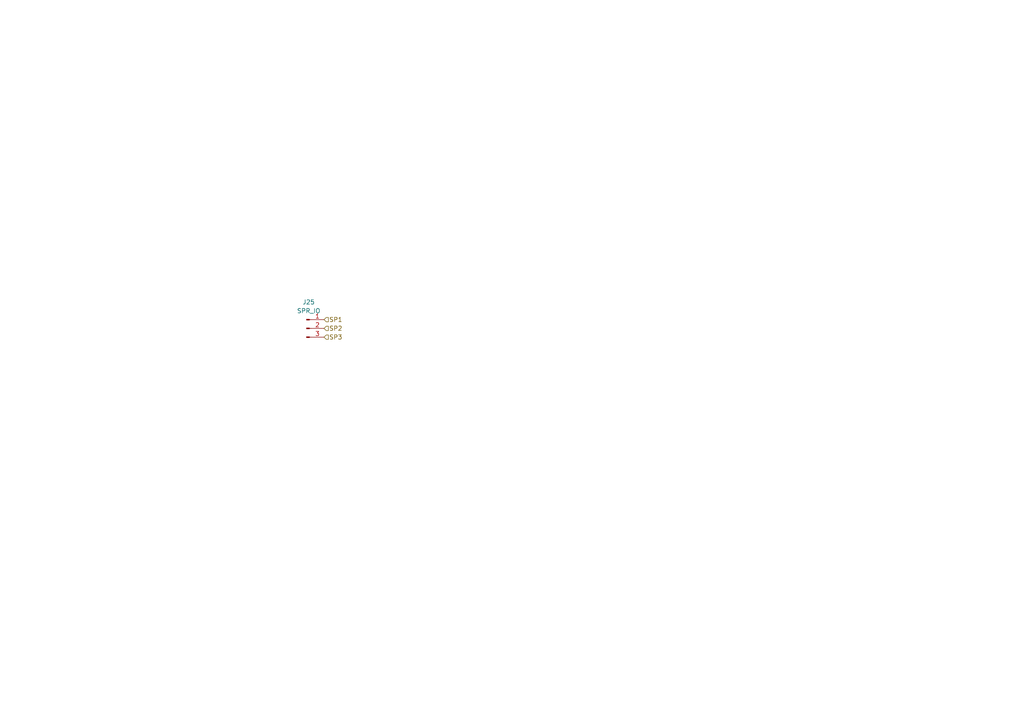
<source format=kicad_sch>
(kicad_sch (version 20250114) (generator "eeschema") (generator_version "9.0")
  (paper "A4")
  (lib_symbols
    (symbol "Connector:Conn_01x03_Pin" (pin_names (offset 1.016) (hide yes))
      (property "Reference" "J" (at 0 5.08 0))
      (property "Value" "Conn_01x03_Pin" (at 0 -5.08 0))
      (symbol "Conn_01x03_Pin_1_1"
        (rectangle (start 0.8636 2.667) (end 0 2.413) (stroke (width 0.1524)) (fill (type outline)))
        (rectangle (start 0.8636 0.127) (end 0 -0.127) (stroke (width 0.1524)) (fill (type outline)))
        (rectangle (start 0.8636 -2.413) (end 0 -2.667) (stroke (width 0.1524)) (fill (type outline)))
        (polyline (pts (xy 1.27 2.54) (xy 0.8636 2.54)) (stroke (width 0.1524)))
        (polyline (pts (xy 1.27 0) (xy 0.8636 0)) (stroke (width 0.1524)))
        (polyline (pts (xy 1.27 -2.54) (xy 0.8636 -2.54)) (stroke (width 0.1524)))
        (pin passive line (at 5.08 2.54 180) (length 3.81) (name "Pin_1") (number "1"))
        (pin passive line (at 5.08 0 180) (length 3.81) (name "Pin_2") (number "2"))
        (pin passive line (at 5.08 -2.54 180) (length 3.81) (name "Pin_3") (number "3"))
      )
    )
  )
  (hierarchical_label "SP1" (shape input) (at 93.98 92.71 0))
  (hierarchical_label "SP3" (shape input) (at 93.98 97.79 0))
  (hierarchical_label "SP2" (shape input) (at 93.98 95.25 0))
  (symbol (lib_id "Connector:Conn_01x03_Pin") (at 88.9 95.25 0) (unit 1)
    (property "Reference" "J25" (at 89.535 87.63 0))
    (property "Value" "SPR_IO" (at 89.535 90.17 0))
    (property "Footprint" "Connector_PinHeader_2.54mm:PinHeader_1x03_P2.54mm_Vertical" (effects (hide yes)))
    (property "Description" "Generic connector, single row, 01x03, script generated" (effects (hide yes)))
  )
)
</source>
